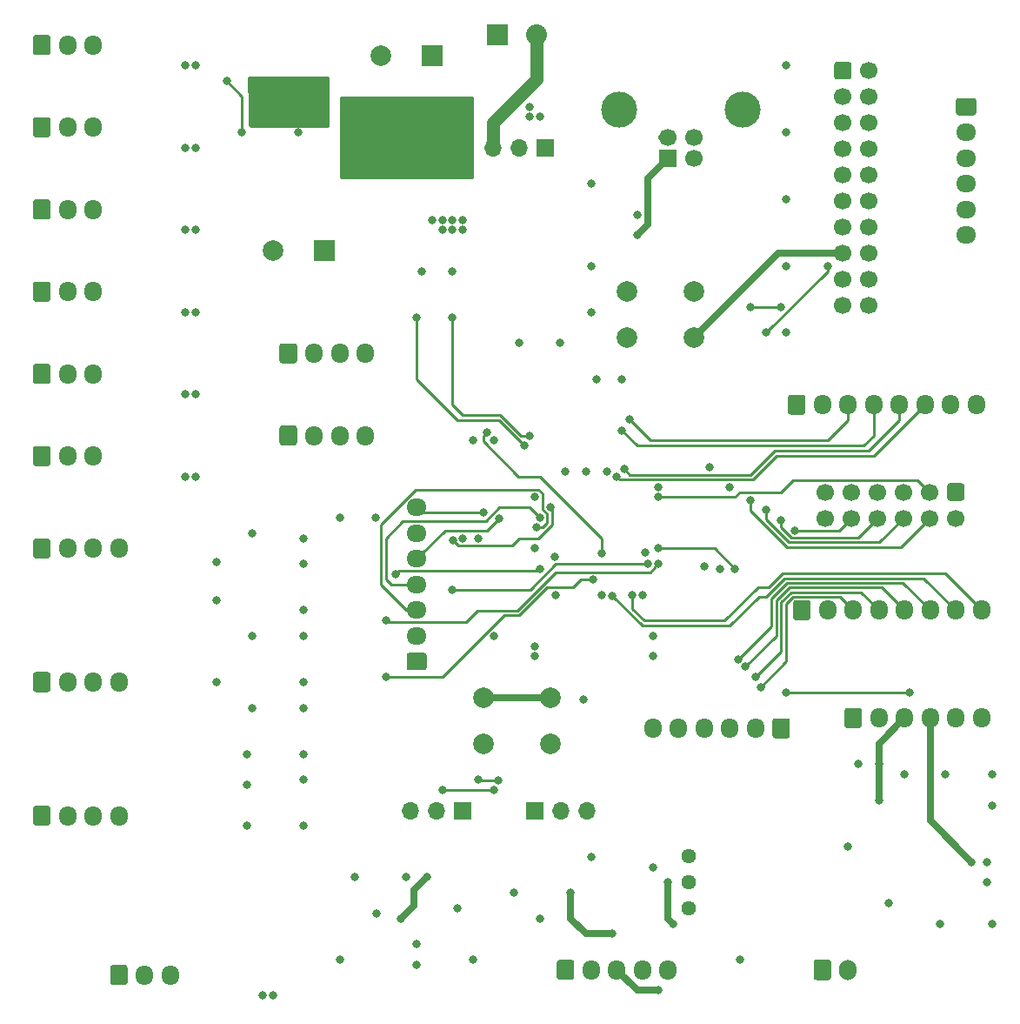
<source format=gbr>
%TF.GenerationSoftware,KiCad,Pcbnew,5.1.9-73d0e3b20d~88~ubuntu20.04.1*%
%TF.CreationDate,2021-04-20T13:41:42-04:00*%
%TF.ProjectId,control,636f6e74-726f-46c2-9e6b-696361645f70,rev?*%
%TF.SameCoordinates,Original*%
%TF.FileFunction,Copper,L4,Bot*%
%TF.FilePolarity,Positive*%
%FSLAX46Y46*%
G04 Gerber Fmt 4.6, Leading zero omitted, Abs format (unit mm)*
G04 Created by KiCad (PCBNEW 5.1.9-73d0e3b20d~88~ubuntu20.04.1) date 2021-04-20 13:41:42*
%MOMM*%
%LPD*%
G01*
G04 APERTURE LIST*
%TA.AperFunction,ComponentPad*%
%ADD10C,1.700000*%
%TD*%
%TA.AperFunction,ComponentPad*%
%ADD11O,1.700000X1.950000*%
%TD*%
%TA.AperFunction,ComponentPad*%
%ADD12O,1.950000X1.700000*%
%TD*%
%TA.AperFunction,ComponentPad*%
%ADD13O,1.700000X2.000000*%
%TD*%
%TA.AperFunction,ComponentPad*%
%ADD14C,2.000000*%
%TD*%
%TA.AperFunction,ComponentPad*%
%ADD15C,1.440000*%
%TD*%
%TA.AperFunction,ComponentPad*%
%ADD16O,1.700000X1.700000*%
%TD*%
%TA.AperFunction,ComponentPad*%
%ADD17R,1.700000X1.700000*%
%TD*%
%TA.AperFunction,ComponentPad*%
%ADD18C,3.500000*%
%TD*%
%TA.AperFunction,ComponentPad*%
%ADD19C,2.032000*%
%TD*%
%TA.AperFunction,ComponentPad*%
%ADD20R,2.032000X2.032000*%
%TD*%
%TA.AperFunction,ComponentPad*%
%ADD21R,2.000000X2.000000*%
%TD*%
%TA.AperFunction,ViaPad*%
%ADD22C,0.800000*%
%TD*%
%TA.AperFunction,Conductor*%
%ADD23C,0.635000*%
%TD*%
%TA.AperFunction,Conductor*%
%ADD24C,0.254000*%
%TD*%
%TA.AperFunction,Conductor*%
%ADD25C,1.270000*%
%TD*%
%TA.AperFunction,Conductor*%
%ADD26C,0.250000*%
%TD*%
%TA.AperFunction,Conductor*%
%ADD27C,0.100000*%
%TD*%
G04 APERTURE END LIST*
D10*
%TO.P,J34,12*%
%TO.N,/mcu/ENET_MDIO*%
X101300000Y-71040000D03*
%TO.P,J34,10*%
%TO.N,/mcu/ENET_REF_CLK*%
X103840000Y-71040000D03*
%TO.P,J34,8*%
%TO.N,/mcu/ENET_RXD1*%
X106380000Y-71040000D03*
%TO.P,J34,6*%
%TO.N,/mcu/ENET_CRS*%
X108920000Y-71040000D03*
%TO.P,J34,4*%
%TO.N,/mcu/ENET_TXD1*%
X111460000Y-71040000D03*
%TO.P,J34,2*%
%TO.N,+3V3*%
X114000000Y-71040000D03*
%TO.P,J34,11*%
%TO.N,/mcu/ENET_MDC*%
X101300000Y-68500000D03*
%TO.P,J34,9*%
%TO.N,/mcu/ENET_RX_ER*%
X103840000Y-68500000D03*
%TO.P,J34,7*%
%TO.N,/mcu/ENET_RXD0*%
X106380000Y-68500000D03*
%TO.P,J34,5*%
%TO.N,/mcu/ENET_TX_EN*%
X108920000Y-68500000D03*
%TO.P,J34,3*%
%TO.N,/mcu/ENET_TXD0*%
X111460000Y-68500000D03*
%TO.P,J34,1*%
%TO.N,GNDD*%
%TA.AperFunction,ComponentPad*%
G36*
G01*
X113400000Y-67650000D02*
X114600000Y-67650000D01*
G75*
G02*
X114850000Y-67900000I0J-250000D01*
G01*
X114850000Y-69100000D01*
G75*
G02*
X114600000Y-69350000I-250000J0D01*
G01*
X113400000Y-69350000D01*
G75*
G02*
X113150000Y-69100000I0J250000D01*
G01*
X113150000Y-67900000D01*
G75*
G02*
X113400000Y-67650000I250000J0D01*
G01*
G37*
%TD.AperFunction*%
%TD*%
D11*
%TO.P,J29,8*%
%TO.N,/mcu/P2_3*%
X116500000Y-80000000D03*
%TO.P,J29,7*%
%TO.N,/mcu/P2_4*%
X114000000Y-80000000D03*
%TO.P,J29,6*%
%TO.N,/mcu/P2_5*%
X111500000Y-80000000D03*
%TO.P,J29,5*%
%TO.N,/mcu/P2_6*%
X109000000Y-80000000D03*
%TO.P,J29,4*%
%TO.N,/mcu/P2_7*%
X106500000Y-80000000D03*
%TO.P,J29,3*%
%TO.N,/mcu/P2_8*%
X104000000Y-80000000D03*
%TO.P,J29,2*%
%TO.N,+3V3*%
X101500000Y-80000000D03*
%TO.P,J29,1*%
%TO.N,GNDD*%
%TA.AperFunction,ComponentPad*%
G36*
G01*
X98150000Y-80725000D02*
X98150000Y-79275000D01*
G75*
G02*
X98400000Y-79025000I250000J0D01*
G01*
X99600000Y-79025000D01*
G75*
G02*
X99850000Y-79275000I0J-250000D01*
G01*
X99850000Y-80725000D01*
G75*
G02*
X99600000Y-80975000I-250000J0D01*
G01*
X98400000Y-80975000D01*
G75*
G02*
X98150000Y-80725000I0J250000D01*
G01*
G37*
%TD.AperFunction*%
%TD*%
D12*
%TO.P,J25,7*%
%TO.N,/mcu/P1_18*%
X61500000Y-70000000D03*
%TO.P,J25,6*%
%TO.N,/mcu/P1_19*%
X61500000Y-72500000D03*
%TO.P,J25,5*%
%TO.N,/mcu/P1_20*%
X61500000Y-75000000D03*
%TO.P,J25,4*%
%TO.N,/mcu/P1_21*%
X61500000Y-77500000D03*
%TO.P,J25,3*%
%TO.N,/mcu/P1_22*%
X61500000Y-80000000D03*
%TO.P,J25,2*%
%TO.N,+3V3*%
X61500000Y-82500000D03*
%TO.P,J25,1*%
%TO.N,GNDD*%
%TA.AperFunction,ComponentPad*%
G36*
G01*
X62225000Y-85850000D02*
X60775000Y-85850000D01*
G75*
G02*
X60525000Y-85600000I0J250000D01*
G01*
X60525000Y-84400000D01*
G75*
G02*
X60775000Y-84150000I250000J0D01*
G01*
X62225000Y-84150000D01*
G75*
G02*
X62475000Y-84400000I0J-250000D01*
G01*
X62475000Y-85600000D01*
G75*
G02*
X62225000Y-85850000I-250000J0D01*
G01*
G37*
%TD.AperFunction*%
%TD*%
D11*
%TO.P,J24,8*%
%TO.N,/mcu/P4_28*%
X116000000Y-60000000D03*
%TO.P,J24,7*%
%TO.N,/mcu/P4_29*%
X113500000Y-60000000D03*
%TO.P,J24,6*%
%TO.N,/mcu/PO_23*%
X111000000Y-60000000D03*
%TO.P,J24,5*%
%TO.N,/mcu/PO_24*%
X108500000Y-60000000D03*
%TO.P,J24,4*%
%TO.N,/mcu/PO_25*%
X106000000Y-60000000D03*
%TO.P,J24,3*%
%TO.N,/mcu/PO_26*%
X103500000Y-60000000D03*
%TO.P,J24,2*%
%TO.N,+3V3*%
X101000000Y-60000000D03*
%TO.P,J24,1*%
%TO.N,GNDD*%
%TA.AperFunction,ComponentPad*%
G36*
G01*
X97650000Y-60725000D02*
X97650000Y-59275000D01*
G75*
G02*
X97900000Y-59025000I250000J0D01*
G01*
X99100000Y-59025000D01*
G75*
G02*
X99350000Y-59275000I0J-250000D01*
G01*
X99350000Y-60725000D01*
G75*
G02*
X99100000Y-60975000I-250000J0D01*
G01*
X97900000Y-60975000D01*
G75*
G02*
X97650000Y-60725000I0J250000D01*
G01*
G37*
%TD.AperFunction*%
%TD*%
%TO.P,J12,5*%
%TO.N,/spindle/CONTROLLER_SV*%
X86000000Y-115000000D03*
%TO.P,J12,4*%
%TO.N,/spindle/CONTROLLER_PG*%
X83500000Y-115000000D03*
%TO.P,J12,3*%
%TO.N,/spindle/CONTROLLER_EN*%
X81000000Y-115000000D03*
%TO.P,J12,2*%
%TO.N,/spindle/CONTROLLER_10V*%
X78500000Y-115000000D03*
%TO.P,J12,1*%
%TO.N,/spindle/CONTROLLER_GND*%
%TA.AperFunction,ComponentPad*%
G36*
G01*
X75150000Y-115725000D02*
X75150000Y-114275000D01*
G75*
G02*
X75400000Y-114025000I250000J0D01*
G01*
X76600000Y-114025000D01*
G75*
G02*
X76850000Y-114275000I0J-250000D01*
G01*
X76850000Y-115725000D01*
G75*
G02*
X76600000Y-115975000I-250000J0D01*
G01*
X75400000Y-115975000D01*
G75*
G02*
X75150000Y-115725000I0J250000D01*
G01*
G37*
%TD.AperFunction*%
%TD*%
D13*
%TO.P,J11,2*%
%TO.N,Net-(J11-Pad2)*%
X103500000Y-115000000D03*
%TO.P,J11,1*%
%TO.N,Net-(J11-Pad1)*%
%TA.AperFunction,ComponentPad*%
G36*
G01*
X100150000Y-115750000D02*
X100150000Y-114250000D01*
G75*
G02*
X100400000Y-114000000I250000J0D01*
G01*
X101600000Y-114000000D01*
G75*
G02*
X101850000Y-114250000I0J-250000D01*
G01*
X101850000Y-115750000D01*
G75*
G02*
X101600000Y-116000000I-250000J0D01*
G01*
X100400000Y-116000000D01*
G75*
G02*
X100150000Y-115750000I0J250000D01*
G01*
G37*
%TD.AperFunction*%
%TD*%
D14*
%TO.P,SW2,1*%
%TO.N,/mcu/~ISP_BOOT*%
X74500000Y-88500000D03*
%TO.P,SW2,2*%
%TO.N,GNDD*%
X74500000Y-93000000D03*
%TO.P,SW2,1*%
%TO.N,/mcu/~ISP_BOOT*%
X68000000Y-88500000D03*
%TO.P,SW2,2*%
%TO.N,GNDD*%
X68000000Y-93000000D03*
%TD*%
%TO.P,SW1,1*%
%TO.N,/mcu/~RESET*%
X82000000Y-53500000D03*
%TO.P,SW1,2*%
%TO.N,GNDD*%
X82000000Y-49000000D03*
%TO.P,SW1,1*%
%TO.N,/mcu/~RESET*%
X88500000Y-53500000D03*
%TO.P,SW1,2*%
%TO.N,GNDD*%
X88500000Y-49000000D03*
%TD*%
D15*
%TO.P,RV3,3*%
%TO.N,/spindle/CONTROLLER_GND*%
X88000000Y-103920000D03*
%TO.P,RV3,2*%
%TO.N,Net-(RV3-Pad2)*%
X88000000Y-106460000D03*
%TO.P,RV3,1*%
%TO.N,/spindle/CONTROLLER_10V*%
X88000000Y-109000000D03*
%TD*%
D16*
%TO.P,JP12,3*%
%TO.N,/spindle/HALL_EFFECT_FEEDBACK*%
X60920000Y-99500000D03*
%TO.P,JP12,2*%
%TO.N,/spindle/FEEDBACK*%
X63460000Y-99500000D03*
D17*
%TO.P,JP12,1*%
%TO.N,/spindle/BLDC_FEEDBACK*%
X66000000Y-99500000D03*
%TD*%
D16*
%TO.P,JP11,3*%
%TO.N,/spindle/DC_PWM*%
X78080000Y-99500000D03*
%TO.P,JP11,2*%
%TO.N,/spindle/PWM*%
X75540000Y-99500000D03*
D17*
%TO.P,JP11,1*%
%TO.N,/spindle/BLDC_PWM*%
X73000000Y-99500000D03*
%TD*%
D16*
%TO.P,JP1,3*%
%TO.N,Net-(J1-Pad2)*%
X68920000Y-35000000D03*
%TO.P,JP1,2*%
%TO.N,+5V*%
X71460000Y-35000000D03*
D17*
%TO.P,JP1,1*%
%TO.N,VBUS*%
X74000000Y-35000000D03*
%TD*%
D11*
%TO.P,J28,6*%
%TO.N,/mcu/SPI0_MOSI*%
X84500000Y-91500000D03*
%TO.P,J28,5*%
%TO.N,/mcu/SPI0_MISO*%
X87000000Y-91500000D03*
%TO.P,J28,4*%
%TO.N,/mcu/SPI0_SCK*%
X89500000Y-91500000D03*
%TO.P,J28,3*%
%TO.N,/mcu/SPI0_SSEL*%
X92000000Y-91500000D03*
%TO.P,J28,2*%
%TO.N,+3V3*%
X94500000Y-91500000D03*
%TO.P,J28,1*%
%TO.N,GNDD*%
%TA.AperFunction,ComponentPad*%
G36*
G01*
X97850000Y-90775000D02*
X97850000Y-92225000D01*
G75*
G02*
X97600000Y-92475000I-250000J0D01*
G01*
X96400000Y-92475000D01*
G75*
G02*
X96150000Y-92225000I0J250000D01*
G01*
X96150000Y-90775000D01*
G75*
G02*
X96400000Y-90525000I250000J0D01*
G01*
X97600000Y-90525000D01*
G75*
G02*
X97850000Y-90775000I0J-250000D01*
G01*
G37*
%TD.AperFunction*%
%TD*%
%TO.P,J26,6*%
%TO.N,/mcu/SD_MOSI*%
X116500000Y-90500000D03*
%TO.P,J26,5*%
%TO.N,/mcu/SD_MISO*%
X114000000Y-90500000D03*
%TO.P,J26,4*%
%TO.N,/mcu/SD_SCK*%
X111500000Y-90500000D03*
%TO.P,J26,3*%
%TO.N,/mcu/SD_CS*%
X109000000Y-90500000D03*
%TO.P,J26,2*%
%TO.N,+3V3*%
X106500000Y-90500000D03*
%TO.P,J26,1*%
%TO.N,GNDD*%
%TA.AperFunction,ComponentPad*%
G36*
G01*
X103150000Y-91225000D02*
X103150000Y-89775000D01*
G75*
G02*
X103400000Y-89525000I250000J0D01*
G01*
X104600000Y-89525000D01*
G75*
G02*
X104850000Y-89775000I0J-250000D01*
G01*
X104850000Y-91225000D01*
G75*
G02*
X104600000Y-91475000I-250000J0D01*
G01*
X103400000Y-91475000D01*
G75*
G02*
X103150000Y-91225000I0J250000D01*
G01*
G37*
%TD.AperFunction*%
%TD*%
D10*
%TO.P,J23,20*%
%TO.N,GNDD*%
X105540000Y-50360000D03*
%TO.P,J23,18*%
X105540000Y-47820000D03*
%TO.P,J23,16*%
X105540000Y-45280000D03*
%TO.P,J23,14*%
X105540000Y-42740000D03*
%TO.P,J23,12*%
X105540000Y-40200000D03*
%TO.P,J23,10*%
X105540000Y-37660000D03*
%TO.P,J23,8*%
X105540000Y-35120000D03*
%TO.P,J23,6*%
X105540000Y-32580000D03*
%TO.P,J23,4*%
X105540000Y-30040000D03*
%TO.P,J23,2*%
%TO.N,Net-(J23-Pad2)*%
X105540000Y-27500000D03*
%TO.P,J23,19*%
%TO.N,Net-(J23-Pad19)*%
X103000000Y-50360000D03*
%TO.P,J23,17*%
%TO.N,Net-(J23-Pad17)*%
X103000000Y-47820000D03*
%TO.P,J23,15*%
%TO.N,/mcu/~RESET*%
X103000000Y-45280000D03*
%TO.P,J23,13*%
%TO.N,/mcu/JTAG_TDO*%
X103000000Y-42740000D03*
%TO.P,J23,11*%
%TO.N,/mcu/JTAG_RTCK*%
X103000000Y-40200000D03*
%TO.P,J23,9*%
%TO.N,/mcu/JTAG_TCK*%
X103000000Y-37660000D03*
%TO.P,J23,7*%
%TO.N,/mcu/JTAG_TMS*%
X103000000Y-35120000D03*
%TO.P,J23,5*%
%TO.N,/mcu/JTAG_TDI*%
X103000000Y-32580000D03*
%TO.P,J23,3*%
%TO.N,/mcu/~JTAG_TRST*%
X103000000Y-30040000D03*
%TO.P,J23,1*%
%TO.N,Net-(J23-Pad1)*%
%TA.AperFunction,ComponentPad*%
G36*
G01*
X102150000Y-28100000D02*
X102150000Y-26900000D01*
G75*
G02*
X102400000Y-26650000I250000J0D01*
G01*
X103600000Y-26650000D01*
G75*
G02*
X103850000Y-26900000I0J-250000D01*
G01*
X103850000Y-28100000D01*
G75*
G02*
X103600000Y-28350000I-250000J0D01*
G01*
X102400000Y-28350000D01*
G75*
G02*
X102150000Y-28100000I0J250000D01*
G01*
G37*
%TD.AperFunction*%
%TD*%
D11*
%TO.P,J22,4*%
%TO.N,/mcu/I2C1_SCL*%
X56500000Y-55000000D03*
%TO.P,J22,3*%
%TO.N,/mcu/I2C1_SDA*%
X54000000Y-55000000D03*
%TO.P,J22,2*%
%TO.N,+3V3*%
X51500000Y-55000000D03*
%TO.P,J22,1*%
%TO.N,GNDD*%
%TA.AperFunction,ComponentPad*%
G36*
G01*
X48150000Y-55725000D02*
X48150000Y-54275000D01*
G75*
G02*
X48400000Y-54025000I250000J0D01*
G01*
X49600000Y-54025000D01*
G75*
G02*
X49850000Y-54275000I0J-250000D01*
G01*
X49850000Y-55725000D01*
G75*
G02*
X49600000Y-55975000I-250000J0D01*
G01*
X48400000Y-55975000D01*
G75*
G02*
X48150000Y-55725000I0J250000D01*
G01*
G37*
%TD.AperFunction*%
%TD*%
D12*
%TO.P,J21,6*%
%TO.N,/mcu/UART0_RTS*%
X115000000Y-43500000D03*
%TO.P,J21,5*%
%TO.N,/mcu/UART0_TX*%
X115000000Y-41000000D03*
%TO.P,J21,4*%
%TO.N,/mcu/UART0_RX*%
X115000000Y-38500000D03*
%TO.P,J21,3*%
%TO.N,+3V3*%
X115000000Y-36000000D03*
%TO.P,J21,2*%
%TO.N,/mcu/UART0_CTS*%
X115000000Y-33500000D03*
%TO.P,J21,1*%
%TO.N,GNDD*%
%TA.AperFunction,ComponentPad*%
G36*
G01*
X114275000Y-30150000D02*
X115725000Y-30150000D01*
G75*
G02*
X115975000Y-30400000I0J-250000D01*
G01*
X115975000Y-31600000D01*
G75*
G02*
X115725000Y-31850000I-250000J0D01*
G01*
X114275000Y-31850000D01*
G75*
G02*
X114025000Y-31600000I0J250000D01*
G01*
X114025000Y-30400000D01*
G75*
G02*
X114275000Y-30150000I250000J0D01*
G01*
G37*
%TD.AperFunction*%
%TD*%
D11*
%TO.P,J19,4*%
%TO.N,/mcu/I2C0_SCL*%
X56500000Y-63000000D03*
%TO.P,J19,3*%
%TO.N,/mcu/I2C0_SDA*%
X54000000Y-63000000D03*
%TO.P,J19,2*%
%TO.N,+3V3*%
X51500000Y-63000000D03*
%TO.P,J19,1*%
%TO.N,GNDD*%
%TA.AperFunction,ComponentPad*%
G36*
G01*
X48150000Y-63725000D02*
X48150000Y-62275000D01*
G75*
G02*
X48400000Y-62025000I250000J0D01*
G01*
X49600000Y-62025000D01*
G75*
G02*
X49850000Y-62275000I0J-250000D01*
G01*
X49850000Y-63725000D01*
G75*
G02*
X49600000Y-63975000I-250000J0D01*
G01*
X48400000Y-63975000D01*
G75*
G02*
X48150000Y-63725000I0J250000D01*
G01*
G37*
%TD.AperFunction*%
%TD*%
%TO.P,J18,3*%
%TO.N,Net-(J18-Pad3)*%
X30000000Y-33000000D03*
%TO.P,J18,2*%
%TO.N,ENDSTOPS_3.3V*%
X27500000Y-33000000D03*
%TO.P,J18,1*%
%TO.N,GNDD*%
%TA.AperFunction,ComponentPad*%
G36*
G01*
X24150000Y-33725000D02*
X24150000Y-32275000D01*
G75*
G02*
X24400000Y-32025000I250000J0D01*
G01*
X25600000Y-32025000D01*
G75*
G02*
X25850000Y-32275000I0J-250000D01*
G01*
X25850000Y-33725000D01*
G75*
G02*
X25600000Y-33975000I-250000J0D01*
G01*
X24400000Y-33975000D01*
G75*
G02*
X24150000Y-33725000I0J250000D01*
G01*
G37*
%TD.AperFunction*%
%TD*%
%TO.P,J17,3*%
%TO.N,Net-(J17-Pad3)*%
X30000000Y-49000000D03*
%TO.P,J17,2*%
%TO.N,ENDSTOPS_3.3V*%
X27500000Y-49000000D03*
%TO.P,J17,1*%
%TO.N,GNDD*%
%TA.AperFunction,ComponentPad*%
G36*
G01*
X24150000Y-49725000D02*
X24150000Y-48275000D01*
G75*
G02*
X24400000Y-48025000I250000J0D01*
G01*
X25600000Y-48025000D01*
G75*
G02*
X25850000Y-48275000I0J-250000D01*
G01*
X25850000Y-49725000D01*
G75*
G02*
X25600000Y-49975000I-250000J0D01*
G01*
X24400000Y-49975000D01*
G75*
G02*
X24150000Y-49725000I0J250000D01*
G01*
G37*
%TD.AperFunction*%
%TD*%
%TO.P,J16,3*%
%TO.N,Net-(J16-Pad3)*%
X30000000Y-65000000D03*
%TO.P,J16,2*%
%TO.N,ENDSTOPS_3.3V*%
X27500000Y-65000000D03*
%TO.P,J16,1*%
%TO.N,GNDD*%
%TA.AperFunction,ComponentPad*%
G36*
G01*
X24150000Y-65725000D02*
X24150000Y-64275000D01*
G75*
G02*
X24400000Y-64025000I250000J0D01*
G01*
X25600000Y-64025000D01*
G75*
G02*
X25850000Y-64275000I0J-250000D01*
G01*
X25850000Y-65725000D01*
G75*
G02*
X25600000Y-65975000I-250000J0D01*
G01*
X24400000Y-65975000D01*
G75*
G02*
X24150000Y-65725000I0J250000D01*
G01*
G37*
%TD.AperFunction*%
%TD*%
%TO.P,J15,3*%
%TO.N,Net-(J15-Pad3)*%
X30000000Y-25000000D03*
%TO.P,J15,2*%
%TO.N,ENDSTOPS_3.3V*%
X27500000Y-25000000D03*
%TO.P,J15,1*%
%TO.N,GNDD*%
%TA.AperFunction,ComponentPad*%
G36*
G01*
X24150000Y-25725000D02*
X24150000Y-24275000D01*
G75*
G02*
X24400000Y-24025000I250000J0D01*
G01*
X25600000Y-24025000D01*
G75*
G02*
X25850000Y-24275000I0J-250000D01*
G01*
X25850000Y-25725000D01*
G75*
G02*
X25600000Y-25975000I-250000J0D01*
G01*
X24400000Y-25975000D01*
G75*
G02*
X24150000Y-25725000I0J250000D01*
G01*
G37*
%TD.AperFunction*%
%TD*%
%TO.P,J14,3*%
%TO.N,Net-(J14-Pad3)*%
X30000000Y-57000000D03*
%TO.P,J14,2*%
%TO.N,ENDSTOPS_3.3V*%
X27500000Y-57000000D03*
%TO.P,J14,1*%
%TO.N,GNDD*%
%TA.AperFunction,ComponentPad*%
G36*
G01*
X24150000Y-57725000D02*
X24150000Y-56275000D01*
G75*
G02*
X24400000Y-56025000I250000J0D01*
G01*
X25600000Y-56025000D01*
G75*
G02*
X25850000Y-56275000I0J-250000D01*
G01*
X25850000Y-57725000D01*
G75*
G02*
X25600000Y-57975000I-250000J0D01*
G01*
X24400000Y-57975000D01*
G75*
G02*
X24150000Y-57725000I0J250000D01*
G01*
G37*
%TD.AperFunction*%
%TD*%
%TO.P,J13,3*%
%TO.N,Net-(J13-Pad3)*%
X30000000Y-41000000D03*
%TO.P,J13,2*%
%TO.N,ENDSTOPS_3.3V*%
X27500000Y-41000000D03*
%TO.P,J13,1*%
%TO.N,GNDD*%
%TA.AperFunction,ComponentPad*%
G36*
G01*
X24150000Y-41725000D02*
X24150000Y-40275000D01*
G75*
G02*
X24400000Y-40025000I250000J0D01*
G01*
X25600000Y-40025000D01*
G75*
G02*
X25850000Y-40275000I0J-250000D01*
G01*
X25850000Y-41725000D01*
G75*
G02*
X25600000Y-41975000I-250000J0D01*
G01*
X24400000Y-41975000D01*
G75*
G02*
X24150000Y-41725000I0J250000D01*
G01*
G37*
%TD.AperFunction*%
%TD*%
%TO.P,J10,3*%
%TO.N,/spindle/HALL_EFFECT_FEEDBACK*%
X37500000Y-115500000D03*
%TO.P,J10,2*%
%TO.N,ENDSTOPS_3.3V*%
X35000000Y-115500000D03*
%TO.P,J10,1*%
%TO.N,GNDD*%
%TA.AperFunction,ComponentPad*%
G36*
G01*
X31650000Y-116225000D02*
X31650000Y-114775000D01*
G75*
G02*
X31900000Y-114525000I250000J0D01*
G01*
X33100000Y-114525000D01*
G75*
G02*
X33350000Y-114775000I0J-250000D01*
G01*
X33350000Y-116225000D01*
G75*
G02*
X33100000Y-116475000I-250000J0D01*
G01*
X31900000Y-116475000D01*
G75*
G02*
X31650000Y-116225000I0J250000D01*
G01*
G37*
%TD.AperFunction*%
%TD*%
%TO.P,J8,4*%
%TO.N,/steppers/OPTO_X_STEP*%
X32500000Y-74000000D03*
%TO.P,J8,3*%
%TO.N,/steppers/OPTO_X_DIR*%
X30000000Y-74000000D03*
%TO.P,J8,2*%
%TO.N,/steppers/OPTO_X_EN*%
X27500000Y-74000000D03*
%TO.P,J8,1*%
%TO.N,/steppers/OPTO_X_GND*%
%TA.AperFunction,ComponentPad*%
G36*
G01*
X24150000Y-74725000D02*
X24150000Y-73275000D01*
G75*
G02*
X24400000Y-73025000I250000J0D01*
G01*
X25600000Y-73025000D01*
G75*
G02*
X25850000Y-73275000I0J-250000D01*
G01*
X25850000Y-74725000D01*
G75*
G02*
X25600000Y-74975000I-250000J0D01*
G01*
X24400000Y-74975000D01*
G75*
G02*
X24150000Y-74725000I0J250000D01*
G01*
G37*
%TD.AperFunction*%
%TD*%
%TO.P,J6,4*%
%TO.N,/steppers/OPTO_Z_STEP*%
X32500000Y-100000000D03*
%TO.P,J6,3*%
%TO.N,/steppers/OPTO_Z_DIR*%
X30000000Y-100000000D03*
%TO.P,J6,2*%
%TO.N,/steppers/OPTO_Z_EN*%
X27500000Y-100000000D03*
%TO.P,J6,1*%
%TO.N,/steppers/OPTO_Z_GND*%
%TA.AperFunction,ComponentPad*%
G36*
G01*
X24150000Y-100725000D02*
X24150000Y-99275000D01*
G75*
G02*
X24400000Y-99025000I250000J0D01*
G01*
X25600000Y-99025000D01*
G75*
G02*
X25850000Y-99275000I0J-250000D01*
G01*
X25850000Y-100725000D01*
G75*
G02*
X25600000Y-100975000I-250000J0D01*
G01*
X24400000Y-100975000D01*
G75*
G02*
X24150000Y-100725000I0J250000D01*
G01*
G37*
%TD.AperFunction*%
%TD*%
%TO.P,J4,4*%
%TO.N,/steppers/OPTO_Y_STEP*%
X32500000Y-87000000D03*
%TO.P,J4,3*%
%TO.N,/steppers/OPTO_Y_DIR*%
X30000000Y-87000000D03*
%TO.P,J4,2*%
%TO.N,/steppers/OPTO_Y_EN*%
X27500000Y-87000000D03*
%TO.P,J4,1*%
%TO.N,/steppers/OPTO_Y_GND*%
%TA.AperFunction,ComponentPad*%
G36*
G01*
X24150000Y-87725000D02*
X24150000Y-86275000D01*
G75*
G02*
X24400000Y-86025000I250000J0D01*
G01*
X25600000Y-86025000D01*
G75*
G02*
X25850000Y-86275000I0J-250000D01*
G01*
X25850000Y-87725000D01*
G75*
G02*
X25600000Y-87975000I-250000J0D01*
G01*
X24400000Y-87975000D01*
G75*
G02*
X24150000Y-87725000I0J250000D01*
G01*
G37*
%TD.AperFunction*%
%TD*%
D18*
%TO.P,J2,5*%
%TO.N,Net-(C1-Pad1)*%
X93270000Y-31290000D03*
X81230000Y-31290000D03*
D10*
%TO.P,J2,4*%
%TO.N,GNDD*%
X86000000Y-34000000D03*
%TO.P,J2,3*%
%TO.N,/J2_D+*%
X88500000Y-34000000D03*
%TO.P,J2,2*%
%TO.N,/J2_D-*%
X88500000Y-36000000D03*
D17*
%TO.P,J2,1*%
%TO.N,VBUS*%
X86000000Y-36000000D03*
%TD*%
D19*
%TO.P,J1,2*%
%TO.N,Net-(J1-Pad2)*%
X73192000Y-24000000D03*
D20*
%TO.P,J1,1*%
%TO.N,GNDD*%
X69382000Y-24000000D03*
%TD*%
D14*
%TO.P,C9,2*%
%TO.N,GNDD*%
X47500000Y-45000000D03*
D21*
%TO.P,C9,1*%
%TO.N,+3V3*%
X52500000Y-45000000D03*
%TD*%
D14*
%TO.P,C3,2*%
%TO.N,GNDD*%
X58000000Y-26000000D03*
D21*
%TO.P,C3,1*%
%TO.N,+5V*%
X63000000Y-26000000D03*
%TD*%
D22*
%TO.N,GNDD*%
X50000000Y-30500000D03*
X50000000Y-29000000D03*
X62500000Y-35000000D03*
X61500000Y-35000000D03*
X60500000Y-35000000D03*
X59500000Y-35000000D03*
X59500000Y-34000000D03*
X59500000Y-33000000D03*
X60500000Y-33000000D03*
X60500000Y-34000000D03*
X61500000Y-34000000D03*
X62500000Y-34000000D03*
X62500000Y-33000000D03*
X61500000Y-33000000D03*
X60500000Y-106000000D03*
X79000000Y-57500000D03*
X67000000Y-63500000D03*
X73000000Y-84500000D03*
X91000000Y-76000000D03*
X61500000Y-31000000D03*
X62500000Y-31000000D03*
X63500000Y-31000000D03*
X64500000Y-31000000D03*
X65500000Y-31000000D03*
X65500000Y-32000000D03*
X64500000Y-32000000D03*
X63500000Y-32000000D03*
X62500000Y-32000000D03*
X61500000Y-32000000D03*
X63500000Y-33000000D03*
X64500000Y-33000000D03*
X65500000Y-33000000D03*
X65500000Y-34000000D03*
X64500000Y-34000000D03*
X63500000Y-34000000D03*
X60500000Y-32000000D03*
X59500000Y-32000000D03*
X60500000Y-31000000D03*
X63500000Y-35000000D03*
X64500000Y-35000000D03*
X65500000Y-35000000D03*
X65500000Y-36000000D03*
X64500000Y-36000000D03*
X63500000Y-36000000D03*
X62500000Y-36000000D03*
X61500000Y-36000000D03*
X60500000Y-36000000D03*
X59500000Y-36000000D03*
X58500000Y-36000000D03*
X58500000Y-35000000D03*
X58500000Y-34000000D03*
X57500000Y-34000000D03*
X56500000Y-34000000D03*
X55500000Y-34000000D03*
X55500000Y-35000000D03*
X56500000Y-35000000D03*
X57500000Y-35000000D03*
X57500000Y-36000000D03*
X56500000Y-36000000D03*
X55500000Y-36000000D03*
X55500000Y-37000000D03*
X56500000Y-37000000D03*
X57500000Y-37000000D03*
X58500000Y-37000000D03*
X59500000Y-37000000D03*
X60500000Y-37000000D03*
X61500000Y-37000000D03*
X62500000Y-37000000D03*
X63500000Y-37000000D03*
X64500000Y-37000000D03*
X65500000Y-37000000D03*
X72500000Y-31000000D03*
X73500000Y-32000000D03*
X72500000Y-32000000D03*
X46000000Y-29000000D03*
X40000000Y-67000000D03*
X39000000Y-67000000D03*
X39000000Y-59000000D03*
X40000000Y-59000000D03*
X40000000Y-51000000D03*
X39000000Y-51000000D03*
X40000000Y-43000000D03*
X39000000Y-43000000D03*
X40000000Y-35000000D03*
X39000000Y-35000000D03*
X40000000Y-27000000D03*
X39000000Y-27000000D03*
X97500000Y-46500000D03*
X75500000Y-54000000D03*
X71500000Y-54000000D03*
X80000000Y-66500000D03*
X78000000Y-66500000D03*
X73000000Y-69000000D03*
X73000000Y-74000000D03*
X75000000Y-78500000D03*
X83500000Y-78500000D03*
X85000000Y-68000000D03*
X117500000Y-96000000D03*
X109000000Y-96000000D03*
X117000000Y-106500000D03*
X117500000Y-110500000D03*
X112500000Y-110500000D03*
X117500000Y-99000000D03*
X107500000Y-108500000D03*
X50500000Y-73000000D03*
X50500000Y-75500000D03*
X50500000Y-80000000D03*
X50500000Y-82500000D03*
X50500000Y-87000000D03*
X50500000Y-89500000D03*
X50500000Y-94000000D03*
X50500000Y-96500000D03*
X50500000Y-101000000D03*
X47500000Y-117500000D03*
X46500000Y-117500000D03*
X83756626Y-74394932D03*
X50000000Y-33500000D03*
X84500000Y-84500000D03*
X92000000Y-68000000D03*
X66000000Y-73000000D03*
X54000000Y-114000000D03*
X49000000Y-29000000D03*
X49000000Y-30500000D03*
X48000000Y-29000000D03*
X46000000Y-29000000D03*
X51000000Y-29000000D03*
X52000000Y-29000000D03*
X52000000Y-30500000D03*
X51000000Y-30500000D03*
X48000000Y-30500000D03*
X83000000Y-41500000D03*
X78500000Y-46500000D03*
X78500000Y-38500000D03*
%TO.N,+3V3*%
X63000000Y-42000000D03*
X64000000Y-42000000D03*
X65000000Y-42000000D03*
X66000000Y-42000000D03*
X66000000Y-43000000D03*
X65000000Y-43000000D03*
X64000000Y-43000000D03*
X81500000Y-57500000D03*
X69000000Y-63500000D03*
X97500000Y-27000000D03*
X97500000Y-33500000D03*
X97500000Y-40000000D03*
X97500000Y-53000000D03*
X55500000Y-106000000D03*
X117000000Y-104500000D03*
X104500000Y-95000000D03*
X103500000Y-103000000D03*
X113000000Y-96000000D03*
X57500000Y-71000000D03*
X54000000Y-71000000D03*
X90000000Y-66091989D03*
X76000000Y-66500000D03*
X69014067Y-82514067D03*
X65000000Y-47000000D03*
X62000000Y-47000000D03*
X84500000Y-82500000D03*
X72999999Y-83487965D03*
X89500000Y-75773000D03*
X67500000Y-73000000D03*
X78500000Y-51000000D03*
%TO.N,/spindle/CONTROLLER_GND*%
X61500000Y-114500000D03*
X61500000Y-112500000D03*
X67000000Y-114000000D03*
X65500000Y-109000000D03*
X71000000Y-107500000D03*
X73500000Y-110000000D03*
X93000000Y-114000000D03*
X84500000Y-105000000D03*
%TO.N,/spindle/CONTROLLER_10V*%
X78500000Y-104000000D03*
X57561727Y-109561727D03*
%TO.N,/endstops/X_MIN*%
X44500000Y-33500000D03*
X43000000Y-28500000D03*
%TO.N,VBUS*%
X83000000Y-43500000D03*
%TO.N,/steppers/OPTO_Y_GND*%
X42000000Y-87000000D03*
X45500000Y-89500000D03*
X45500000Y-82500000D03*
%TO.N,/steppers/OPTO_Z_GND*%
X45000000Y-94000000D03*
X45000000Y-97000000D03*
X45000000Y-101000000D03*
%TO.N,/steppers/OPTO_X_GND*%
X42000000Y-75282500D03*
X42000000Y-79000000D03*
X45500000Y-72500000D03*
%TO.N,/spindle/CONTROLLER_SV*%
X80500000Y-111500000D03*
X76500000Y-107500000D03*
%TO.N,/spindle/CONTROLLER_EN*%
X85000000Y-117000000D03*
%TO.N,/mcu/I2C1_SCL*%
X72500000Y-63000000D03*
X65000000Y-51500000D03*
%TO.N,/mcu/I2C1_SDA*%
X72000000Y-64000000D03*
X61500000Y-51500000D03*
%TO.N,/mcu/JTAG_TDO*%
X95500000Y-53000000D03*
X101500000Y-46500000D03*
%TO.N,/mcu/JTAG_TCK*%
X96985933Y-50485933D03*
X93985933Y-50485933D03*
%TO.N,/mcu/PO_23*%
X81000000Y-67000000D03*
%TO.N,/mcu/PO_24*%
X81727000Y-66292892D03*
%TO.N,/mcu/PO_25*%
X81500000Y-62500000D03*
%TO.N,/mcu/PO_26*%
X82273000Y-61466710D03*
%TO.N,/mcu/P1_18*%
X68014004Y-70485996D03*
%TO.N,/mcu/P1_19*%
X65020015Y-73199083D03*
X74546415Y-69942318D03*
%TO.N,/mcu/P1_20*%
X69573995Y-71045861D03*
%TO.N,/mcu/P1_21*%
X73500000Y-71000000D03*
%TO.N,/mcu/P1_22*%
X73208416Y-71956547D03*
%TO.N,/mcu/SD_MOSI*%
X109500000Y-88000000D03*
X97500000Y-88000000D03*
%TO.N,/mcu/SD_SCK*%
X115500000Y-104500000D03*
%TO.N,/mcu/SD_CS*%
X106500000Y-98500000D03*
X106500000Y-95000000D03*
%TO.N,/mcu/P2_3*%
X82500000Y-78500000D03*
%TO.N,/mcu/P2_4*%
X80573254Y-78578220D03*
%TO.N,/mcu/P2_5*%
X92792892Y-84792892D03*
%TO.N,/mcu/P2_6*%
X93500000Y-85500000D03*
%TO.N,/mcu/P2_7*%
X94500000Y-86500000D03*
%TO.N,/mcu/P2_8*%
X95000000Y-87500000D03*
%TO.N,/mcu/P4_29*%
X85000000Y-74000000D03*
X92500000Y-76000000D03*
%TO.N,/mcu/ENET_REF_CLK*%
X98292892Y-72227000D03*
%TO.N,/mcu/ENET_RXD1*%
X96956355Y-71273000D03*
%TO.N,/mcu/ENET_CRS*%
X95500000Y-70273000D03*
%TO.N,/mcu/ENET_TXD1*%
X94000000Y-69273000D03*
%TO.N,/mcu/ENET_TXD0*%
X85022210Y-69004224D03*
%TO.N,/mcu/Z_DIR*%
X69430654Y-96597481D03*
X67485933Y-96485933D03*
%TO.N,/mcu/X_EN*%
X85014067Y-75485933D03*
X58500000Y-81000000D03*
%TO.N,/mcu/X_DIR*%
X65000000Y-78000000D03*
X84000000Y-75500000D03*
%TO.N,/mcu/X_STEP*%
X73500000Y-76000000D03*
X59500000Y-76500000D03*
%TO.N,/spindle/PWM*%
X74966767Y-74781247D03*
X77727000Y-88727000D03*
%TO.N,/mcu/SCON*%
X79500000Y-78500000D03*
X68382828Y-62713169D03*
X79500000Y-74500000D03*
%TO.N,Net-(R32-Pad2)*%
X62500000Y-106000000D03*
X60000000Y-110000000D03*
%TO.N,Net-(R39-Pad2)*%
X86000000Y-106500000D03*
X86500000Y-110500000D03*
%TO.N,/mcu/Z_EN*%
X69000000Y-97500000D03*
X64000000Y-97500000D03*
%TO.N,/mcu/Y_STEP*%
X78681011Y-77045999D03*
X58500000Y-86500000D03*
%TD*%
D23*
%TO.N,GNDD*%
X85368498Y-34000000D02*
X86000000Y-34000000D01*
D24*
%TO.N,/endstops/X_MIN*%
X44500000Y-30000000D02*
X43000000Y-28500000D01*
X44500000Y-33500000D02*
X44500000Y-30000000D01*
D25*
%TO.N,Net-(J1-Pad2)*%
X68920000Y-35000000D02*
X68920000Y-32580000D01*
X73192000Y-28308000D02*
X73192000Y-24000000D01*
X68920000Y-32580000D02*
X73192000Y-28308000D01*
D23*
%TO.N,VBUS*%
X83000000Y-43500000D02*
X84000000Y-42500000D01*
X84000000Y-38000000D02*
X86000000Y-36000000D01*
X84000000Y-42500000D02*
X84000000Y-38000000D01*
%TO.N,/spindle/CONTROLLER_SV*%
X80500000Y-111500000D02*
X78000000Y-111500000D01*
X76500000Y-110000000D02*
X76500000Y-107500000D01*
X78000000Y-111500000D02*
X76500000Y-110000000D01*
%TO.N,/spindle/CONTROLLER_EN*%
X83000000Y-117000000D02*
X85000000Y-117000000D01*
X81000000Y-115000000D02*
X83000000Y-117000000D01*
%TO.N,/mcu/~RESET*%
X96720000Y-45280000D02*
X88500000Y-53500000D01*
X103000000Y-45280000D02*
X96720000Y-45280000D01*
%TO.N,/mcu/~ISP_BOOT*%
X74500000Y-88500000D02*
X68000000Y-88500000D01*
D26*
%TO.N,/mcu/I2C1_SCL*%
X66000000Y-61000000D02*
X65000000Y-60000000D01*
X71636410Y-63000000D02*
X69636410Y-61000000D01*
X65000000Y-60000000D02*
X65000000Y-51500000D01*
X69636410Y-61000000D02*
X66000000Y-61000000D01*
X72500000Y-63000000D02*
X71636410Y-63000000D01*
%TO.N,/mcu/I2C1_SDA*%
X61500000Y-51500000D02*
X61500000Y-57500000D01*
X61500000Y-57500000D02*
X65500000Y-61500000D01*
X69500000Y-61500000D02*
X72000000Y-64000000D01*
X65500000Y-61500000D02*
X69500000Y-61500000D01*
D24*
%TO.N,/mcu/JTAG_TDO*%
X101500000Y-47000000D02*
X101500000Y-46500000D01*
X95500000Y-53000000D02*
X101500000Y-47000000D01*
%TO.N,/mcu/JTAG_TCK*%
X96985933Y-50485933D02*
X93985933Y-50485933D01*
%TO.N,/mcu/PO_23*%
X111000000Y-60000000D02*
X106000000Y-65000000D01*
X96500000Y-65000000D02*
X94227001Y-67272999D01*
X106000000Y-65000000D02*
X96500000Y-65000000D01*
X81727001Y-67272999D02*
X94227001Y-67272999D01*
X81272999Y-67272999D02*
X81000000Y-67000000D01*
X81727001Y-67272999D02*
X81272999Y-67272999D01*
%TO.N,/mcu/PO_24*%
X108500000Y-61500000D02*
X108500000Y-60000000D01*
X105500000Y-64500000D02*
X108500000Y-61500000D01*
X94038945Y-66818989D02*
X96357934Y-64500000D01*
X96357934Y-64500000D02*
X105500000Y-64500000D01*
X82253097Y-66818989D02*
X94038945Y-66818989D01*
X81727000Y-66292892D02*
X82253097Y-66818989D01*
%TO.N,/mcu/PO_25*%
X106000000Y-60000000D02*
X106000000Y-63000000D01*
X106000000Y-63000000D02*
X105000000Y-64000000D01*
X105000000Y-64000000D02*
X95864979Y-64000000D01*
X83000000Y-64000000D02*
X81500000Y-62500000D01*
X95864979Y-64000000D02*
X83000000Y-64000000D01*
%TO.N,/mcu/PO_26*%
X82273000Y-61466710D02*
X84306290Y-63500000D01*
X84306290Y-63500000D02*
X101500000Y-63500000D01*
X103500000Y-61500000D02*
X103500000Y-60000000D01*
X101500000Y-63500000D02*
X103500000Y-61500000D01*
%TO.N,/mcu/P1_18*%
X68014004Y-70485996D02*
X64014004Y-70485996D01*
X64014004Y-70485996D02*
X64000000Y-70500000D01*
X62000000Y-70500000D02*
X61500000Y-70000000D01*
X64000000Y-70500000D02*
X62000000Y-70500000D01*
%TO.N,/mcu/P1_19*%
X65547933Y-73727001D02*
X70772999Y-73727001D01*
X65020015Y-73199083D02*
X65547933Y-73727001D01*
X70772999Y-73727001D02*
X71500000Y-73000000D01*
X74681011Y-70076914D02*
X74546415Y-69942318D01*
X74681011Y-71691704D02*
X74681011Y-70076914D01*
X73372715Y-73000000D02*
X74681011Y-71691704D01*
X71500000Y-73000000D02*
X73372715Y-73000000D01*
%TO.N,/mcu/P1_20*%
X69573995Y-71045861D02*
X68388846Y-72231010D01*
X68388846Y-72231010D02*
X64268990Y-72231010D01*
X62000000Y-74500000D02*
X62000000Y-75000000D01*
X64268990Y-72231010D02*
X62000000Y-74500000D01*
%TO.N,/mcu/P1_21*%
X62000000Y-77500000D02*
X60424038Y-77500000D01*
X61500000Y-77500000D02*
X60424038Y-77500000D01*
X72500000Y-70000000D02*
X73500000Y-71000000D01*
X68220904Y-71322990D02*
X69543894Y-70000000D01*
X60177010Y-71322990D02*
X68220904Y-71322990D01*
X58500000Y-73000000D02*
X60177010Y-71322990D01*
X69543894Y-70000000D02*
X72500000Y-70000000D01*
X58500000Y-77000000D02*
X58500000Y-73000000D01*
X59000000Y-77500000D02*
X58500000Y-77000000D01*
X61500000Y-77500000D02*
X59000000Y-77500000D01*
%TO.N,/mcu/P1_22*%
X73774101Y-71956547D02*
X73208416Y-71956547D01*
X73727001Y-68651039D02*
X73727001Y-70151039D01*
X73348961Y-68272999D02*
X73727001Y-68651039D01*
X74227001Y-70651039D02*
X74227001Y-71503647D01*
X61437458Y-68272999D02*
X73348961Y-68272999D01*
X58000000Y-71710457D02*
X61437458Y-68272999D01*
X58000000Y-77500000D02*
X58000000Y-71710457D01*
X73727001Y-70151039D02*
X74227001Y-70651039D01*
X60500000Y-80000000D02*
X58000000Y-77500000D01*
X74227001Y-71503647D02*
X73774101Y-71956547D01*
X61500000Y-80000000D02*
X60500000Y-80000000D01*
%TO.N,/mcu/SD_MOSI*%
X109500000Y-88000000D02*
X97500000Y-88000000D01*
D23*
%TO.N,/mcu/SD_SCK*%
X111500000Y-100500000D02*
X111500000Y-90500000D01*
X115500000Y-104500000D02*
X111500000Y-100500000D01*
%TO.N,/mcu/SD_CS*%
X106500000Y-98500000D02*
X106500000Y-95500000D01*
X106500000Y-93000000D02*
X109000000Y-90500000D01*
X106500000Y-95000000D02*
X106500000Y-93000000D01*
X106500000Y-95500000D02*
X106500000Y-95000000D01*
D24*
%TO.N,/mcu/P2_3*%
X116500000Y-80000000D02*
X112927940Y-76427940D01*
X95800800Y-77772999D02*
X94727001Y-77772999D01*
X97145859Y-76427940D02*
X95800800Y-77772999D01*
X112927940Y-76427940D02*
X97145859Y-76427940D01*
X94727001Y-77772999D02*
X91500000Y-81000000D01*
X91500000Y-81000000D02*
X85000000Y-81000000D01*
X85000000Y-81000000D02*
X83637100Y-81000000D01*
X82500000Y-79862900D02*
X82500000Y-78500000D01*
X83637100Y-81000000D02*
X82500000Y-79862900D01*
%TO.N,/mcu/P2_4*%
X92000000Y-81500000D02*
X83495034Y-81500000D01*
X94830124Y-78669876D02*
X92000000Y-81500000D01*
X95545991Y-78669876D02*
X94830124Y-78669876D01*
X83495034Y-81500000D02*
X80573254Y-78578220D01*
X97333916Y-76881950D02*
X95545991Y-78669876D01*
X110881950Y-76881950D02*
X97333916Y-76881950D01*
X114000000Y-80000000D02*
X110881950Y-76881950D01*
%TO.N,/mcu/P2_5*%
X108835960Y-77335960D02*
X97596821Y-77335960D01*
X111500000Y-80000000D02*
X108835960Y-77335960D01*
X97521973Y-77335960D02*
X96000000Y-78857933D01*
X97596821Y-77335960D02*
X97521973Y-77335960D01*
X96000000Y-81585784D02*
X92792892Y-84792892D01*
X96000000Y-78857933D02*
X96000000Y-81585784D01*
%TO.N,/mcu/P2_6*%
X106789970Y-77789970D02*
X109000000Y-80000000D01*
X97784878Y-77789970D02*
X106789970Y-77789970D01*
X96574848Y-79000000D02*
X97784878Y-77789970D01*
X96500000Y-79000000D02*
X96574848Y-79000000D01*
X96500000Y-82500000D02*
X96500000Y-79000000D01*
X93500000Y-85500000D02*
X96500000Y-82500000D01*
%TO.N,/mcu/P2_7*%
X97972935Y-78243980D02*
X97000000Y-79216915D01*
X104743980Y-78243980D02*
X97972935Y-78243980D01*
X106500000Y-80000000D02*
X104743980Y-78243980D01*
X97000000Y-84000000D02*
X94500000Y-86500000D01*
X97000000Y-79216915D02*
X97000000Y-84000000D01*
%TO.N,/mcu/P2_8*%
X98160992Y-78697990D02*
X102697990Y-78697990D01*
X97500000Y-79358982D02*
X98160992Y-78697990D01*
X102697990Y-78697990D02*
X104000000Y-80000000D01*
X97500000Y-85000000D02*
X97500000Y-79358982D01*
X95000000Y-87500000D02*
X97500000Y-85000000D01*
%TO.N,/mcu/P4_29*%
X90500000Y-74000000D02*
X92500000Y-76000000D01*
X85000000Y-74000000D02*
X90500000Y-74000000D01*
%TO.N,/mcu/ENET_REF_CLK*%
X102653000Y-72227000D02*
X103840000Y-71040000D01*
X98292892Y-72227000D02*
X102653000Y-72227000D01*
%TO.N,/mcu/ENET_RXD1*%
X96956355Y-71966425D02*
X96956355Y-71273000D01*
X97943931Y-72954001D02*
X96956355Y-71966425D01*
X104465999Y-72954001D02*
X97943931Y-72954001D01*
X106380000Y-71040000D02*
X104465999Y-72954001D01*
%TO.N,/mcu/ENET_CRS*%
X106551989Y-73408011D02*
X108920000Y-71040000D01*
X97755874Y-73408011D02*
X106551989Y-73408011D01*
X95500000Y-71152137D02*
X97755874Y-73408011D01*
X95500000Y-70273000D02*
X95500000Y-71152137D01*
%TO.N,/mcu/ENET_TXD1*%
X108637979Y-73862021D02*
X111460000Y-71040000D01*
X97567817Y-73862021D02*
X108637979Y-73862021D01*
X94000000Y-70294204D02*
X97567817Y-73862021D01*
X94000000Y-69273000D02*
X94000000Y-70294204D01*
%TO.N,/mcu/ENET_TXD0*%
X89995776Y-69004224D02*
X85022210Y-69004224D01*
X92500000Y-69000000D02*
X90000000Y-69000000D01*
X93000000Y-68500000D02*
X92500000Y-69000000D01*
X97000000Y-68500000D02*
X93000000Y-68500000D01*
X90000000Y-69000000D02*
X89995776Y-69004224D01*
X98177001Y-67322999D02*
X97000000Y-68500000D01*
X110282999Y-67322999D02*
X98177001Y-67322999D01*
X111460000Y-68500000D02*
X110282999Y-67322999D01*
%TO.N,/mcu/Z_DIR*%
X67597481Y-96597481D02*
X67485933Y-96485933D01*
X69430654Y-96597481D02*
X67597481Y-96597481D01*
%TO.N,/mcu/X_EN*%
X75038936Y-76318998D02*
X71311944Y-80045990D01*
X84256964Y-76318998D02*
X75038936Y-76318998D01*
X84727001Y-75848961D02*
X84256964Y-76318998D01*
X84727001Y-75772999D02*
X84727001Y-75848961D01*
X85014067Y-75485933D02*
X84727001Y-75772999D01*
X67454010Y-80045990D02*
X66322990Y-81177010D01*
X66322990Y-81177010D02*
X58677010Y-81177010D01*
X58677010Y-81177010D02*
X58500000Y-81000000D01*
X71311944Y-80045990D02*
X67454010Y-80045990D01*
%TO.N,/mcu/X_DIR*%
X75075962Y-75500000D02*
X84000000Y-75500000D01*
X72575962Y-78000000D02*
X75075962Y-75500000D01*
X65000000Y-78000000D02*
X72575962Y-78000000D01*
%TO.N,/mcu/X_STEP*%
X73500000Y-76000000D02*
X73322990Y-76177010D01*
X73322990Y-76177010D02*
X61177010Y-76177010D01*
X59822990Y-76177010D02*
X59500000Y-76500000D01*
X61177010Y-76177010D02*
X59822990Y-76177010D01*
%TO.N,/mcu/SCON*%
X67982829Y-63558791D02*
X71424038Y-67000000D01*
X67982829Y-63113168D02*
X67982829Y-63558791D01*
X68382828Y-62713169D02*
X67982829Y-63113168D01*
X71424038Y-67000000D02*
X73500000Y-67000000D01*
X79500000Y-73000000D02*
X79500000Y-74500000D01*
X73500000Y-67000000D02*
X79500000Y-73000000D01*
D23*
%TO.N,Net-(R32-Pad2)*%
X61250000Y-108750000D02*
X60000000Y-110000000D01*
X61250000Y-107250000D02*
X61250000Y-108750000D01*
X62500000Y-106000000D02*
X61250000Y-107250000D01*
%TO.N,Net-(R39-Pad2)*%
X86000000Y-110000000D02*
X86500000Y-110500000D01*
X86000000Y-106500000D02*
X86000000Y-110000000D01*
D24*
%TO.N,/mcu/Z_EN*%
X69000000Y-97500000D02*
X64000000Y-97500000D01*
%TO.N,/mcu/Y_STEP*%
X70000000Y-80500000D02*
X71500000Y-80500000D01*
X74227001Y-77772999D02*
X76727001Y-77772999D01*
X71500000Y-80500000D02*
X74227001Y-77772999D01*
X77454001Y-77045999D02*
X78681011Y-77045999D01*
X76727001Y-77772999D02*
X77454001Y-77045999D01*
X64000000Y-86500000D02*
X58500000Y-86500000D01*
X70000000Y-80500000D02*
X64000000Y-86500000D01*
%TD*%
%TO.N,GNDD*%
X66873000Y-37873000D02*
X54127000Y-37873000D01*
X54127000Y-30127000D01*
X66873000Y-30127000D01*
X66873000Y-37873000D01*
%TA.AperFunction,Conductor*%
D27*
G36*
X66873000Y-37873000D02*
G01*
X54127000Y-37873000D01*
X54127000Y-30127000D01*
X66873000Y-30127000D01*
X66873000Y-37873000D01*
G37*
%TD.AperFunction*%
%TD*%
D24*
%TO.N,GNDD*%
X52873000Y-32873000D02*
X45325836Y-32873000D01*
X45303937Y-32840226D01*
X45262000Y-32798289D01*
X45262000Y-30037422D01*
X45265686Y-29999999D01*
X45262000Y-29962574D01*
X45250974Y-29850622D01*
X45207402Y-29706985D01*
X45136645Y-29574608D01*
X45127000Y-29562855D01*
X45127000Y-28127000D01*
X52873000Y-28127000D01*
X52873000Y-32873000D01*
%TA.AperFunction,Conductor*%
D27*
G36*
X52873000Y-32873000D02*
G01*
X45325836Y-32873000D01*
X45303937Y-32840226D01*
X45262000Y-32798289D01*
X45262000Y-30037422D01*
X45265686Y-29999999D01*
X45262000Y-29962574D01*
X45250974Y-29850622D01*
X45207402Y-29706985D01*
X45136645Y-29574608D01*
X45127000Y-29562855D01*
X45127000Y-28127000D01*
X52873000Y-28127000D01*
X52873000Y-32873000D01*
G37*
%TD.AperFunction*%
%TD*%
M02*

</source>
